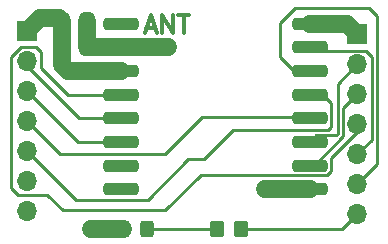
<source format=gbr>
%TF.GenerationSoftware,KiCad,Pcbnew,6.0.5-a6ca702e91~116~ubuntu20.04.1*%
%TF.CreationDate,2022-05-07T22:19:23-05:00*%
%TF.ProjectId,Ra-01SH_915MHz_shield_v001,52612d30-3153-4485-9f39-31354d487a5f,rev?*%
%TF.SameCoordinates,Original*%
%TF.FileFunction,Copper,L1,Top*%
%TF.FilePolarity,Positive*%
%FSLAX46Y46*%
G04 Gerber Fmt 4.6, Leading zero omitted, Abs format (unit mm)*
G04 Created by KiCad (PCBNEW 6.0.5-a6ca702e91~116~ubuntu20.04.1) date 2022-05-07 22:19:23*
%MOMM*%
%LPD*%
G01*
G04 APERTURE LIST*
G04 Aperture macros list*
%AMRoundRect*
0 Rectangle with rounded corners*
0 $1 Rounding radius*
0 $2 $3 $4 $5 $6 $7 $8 $9 X,Y pos of 4 corners*
0 Add a 4 corners polygon primitive as box body*
4,1,4,$2,$3,$4,$5,$6,$7,$8,$9,$2,$3,0*
0 Add four circle primitives for the rounded corners*
1,1,$1+$1,$2,$3*
1,1,$1+$1,$4,$5*
1,1,$1+$1,$6,$7*
1,1,$1+$1,$8,$9*
0 Add four rect primitives between the rounded corners*
20,1,$1+$1,$2,$3,$4,$5,0*
20,1,$1+$1,$4,$5,$6,$7,0*
20,1,$1+$1,$6,$7,$8,$9,0*
20,1,$1+$1,$8,$9,$2,$3,0*%
G04 Aperture macros list end*
%ADD10C,0.300000*%
%TA.AperFunction,NonConductor*%
%ADD11C,0.300000*%
%TD*%
%TA.AperFunction,SMDPad,CuDef*%
%ADD12RoundRect,0.250000X-0.337500X-0.475000X0.337500X-0.475000X0.337500X0.475000X-0.337500X0.475000X0*%
%TD*%
%TA.AperFunction,ComponentPad*%
%ADD13R,1.700000X1.700000*%
%TD*%
%TA.AperFunction,ComponentPad*%
%ADD14O,1.700000X1.700000*%
%TD*%
%TA.AperFunction,SMDPad,CuDef*%
%ADD15RoundRect,0.250000X0.350000X0.450000X-0.350000X0.450000X-0.350000X-0.450000X0.350000X-0.450000X0*%
%TD*%
%TA.AperFunction,SMDPad,CuDef*%
%ADD16RoundRect,0.250000X-1.250000X-0.250000X1.250000X-0.250000X1.250000X0.250000X-1.250000X0.250000X0*%
%TD*%
%TA.AperFunction,SMDPad,CuDef*%
%ADD17RoundRect,0.250000X-0.325000X-0.450000X0.325000X-0.450000X0.325000X0.450000X-0.325000X0.450000X0*%
%TD*%
%TA.AperFunction,ViaPad*%
%ADD18C,0.800000*%
%TD*%
%TA.AperFunction,Conductor*%
%ADD19C,1.500000*%
%TD*%
%TA.AperFunction,Conductor*%
%ADD20C,0.250000*%
%TD*%
G04 APERTURE END LIST*
D10*
D11*
X149785714Y-78050000D02*
X150500000Y-78050000D01*
X149642857Y-78478571D02*
X150142857Y-76978571D01*
X150642857Y-78478571D01*
X151142857Y-78478571D02*
X151142857Y-76978571D01*
X152000000Y-78478571D01*
X152000000Y-76978571D01*
X152500000Y-76978571D02*
X153357142Y-76978571D01*
X152928571Y-78478571D02*
X152928571Y-76978571D01*
D12*
%TO.P,C1,1*%
%TO.N,VCC*%
X142662500Y-79700000D03*
%TO.P,C1,2*%
%TO.N,GND*%
X144737500Y-79700000D03*
%TD*%
%TO.P,C2,1*%
%TO.N,VCC*%
X142662500Y-77500000D03*
%TO.P,C2,2*%
%TO.N,GND*%
X144737500Y-77500000D03*
%TD*%
D13*
%TO.P,J1,1,Pin_1*%
%TO.N,VCC*%
X139700000Y-78300000D03*
D14*
%TO.P,J1,2,Pin_2*%
%TO.N,D4*%
X139700000Y-80840000D03*
%TO.P,J1,3,Pin_3*%
%TO.N,D3*%
X139700000Y-83380000D03*
%TO.P,J1,4,Pin_4*%
%TO.N,D13{slash}SCK*%
X139700000Y-85920000D03*
%TO.P,J1,5,Pin_5*%
%TO.N,D12{slash}MISO*%
X139700000Y-88460000D03*
%TO.P,J1,6,Pin_6*%
%TO.N,D2{slash}INT0*%
X139700000Y-91000000D03*
%TO.P,J1,7,Pin_7*%
%TO.N,A5{slash}SCL*%
X139700000Y-93540000D03*
%TD*%
D13*
%TO.P,J2,1,Pin_1*%
%TO.N,GND*%
X167640000Y-78600000D03*
D14*
%TO.P,J2,2,Pin_2*%
%TO.N,D5*%
X167640000Y-81140000D03*
%TO.P,J2,3,Pin_3*%
%TO.N,D7*%
X167640000Y-83680000D03*
%TO.P,J2,4,Pin_4*%
%TO.N,D9*%
X167640000Y-86220000D03*
%TO.P,J2,5,Pin_5*%
%TO.N,D10{slash}SS*%
X167640000Y-88760000D03*
%TO.P,J2,6,Pin_6*%
%TO.N,D11{slash}MOSI*%
X167640000Y-91300000D03*
%TO.P,J2,7,Pin_7*%
%TO.N,D6*%
X167640000Y-93840000D03*
%TD*%
D15*
%TO.P,R1,1*%
%TO.N,D6*%
X157800000Y-95100000D03*
%TO.P,R1,2*%
%TO.N,Net-(D1-Pad2)*%
X155800000Y-95100000D03*
%TD*%
D16*
%TO.P,U1,1,ANT*%
%TO.N,unconnected-(U1-Pad1)*%
X147600000Y-77700000D03*
%TO.P,U1,2,GND*%
%TO.N,GND*%
X147600000Y-79700000D03*
%TO.P,U1,3,3V3*%
%TO.N,VCC*%
X147600000Y-81700000D03*
%TO.P,U1,4,RST*%
%TO.N,D9*%
X147600000Y-83700000D03*
%TO.P,U1,5,TXEN*%
%TO.N,D4*%
X147600000Y-85700000D03*
%TO.P,U1,6,DIO1*%
%TO.N,D3*%
X147600000Y-87700000D03*
%TO.P,U1,7,DIO2*%
%TO.N,unconnected-(U1-Pad7)*%
X147600000Y-89700000D03*
%TO.P,U1,8,DIO3*%
%TO.N,unconnected-(U1-Pad8)*%
X147600000Y-91700000D03*
%TO.P,U1,9,GND*%
%TO.N,GND*%
X163600000Y-91700000D03*
%TO.P,U1,10,BUSY*%
%TO.N,D7*%
X163600000Y-89700000D03*
%TO.P,U1,11,RSEN*%
%TO.N,D5*%
X163600000Y-87700000D03*
%TO.P,U1,12,SCK*%
%TO.N,D13{slash}SCK*%
X163600000Y-85700000D03*
%TO.P,U1,13,MISO*%
%TO.N,D12{slash}MISO*%
X163600000Y-83700000D03*
%TO.P,U1,14,MOSI*%
%TO.N,D11{slash}MOSI*%
X163600000Y-81700000D03*
%TO.P,U1,15,NSS*%
%TO.N,D10{slash}SS*%
X163600000Y-79700000D03*
%TO.P,U1,16,GND*%
%TO.N,GND*%
X163600000Y-77700000D03*
%TD*%
D17*
%TO.P,D1,1,K*%
%TO.N,GND*%
X147775000Y-95100000D03*
%TO.P,D1,2,A*%
%TO.N,Net-(D1-Pad2)*%
X149825000Y-95100000D03*
%TD*%
D18*
%TO.N,GND*%
X151600000Y-79700000D03*
X159800000Y-91700000D03*
X146200000Y-95100000D03*
X145100000Y-95100000D03*
X161100000Y-91700000D03*
X150400000Y-79700000D03*
%TD*%
D19*
%TO.N,VCC*%
X143168000Y-81700000D02*
X147600000Y-81700000D01*
X142662500Y-81194500D02*
X143168000Y-81700000D01*
X142662500Y-77500000D02*
X142662500Y-79700000D01*
X142662500Y-79700000D02*
X142662500Y-81194500D01*
D20*
X142662500Y-77500000D02*
X142362500Y-77200000D01*
D19*
X140800000Y-77200000D02*
X139700000Y-78300000D01*
X142362500Y-77200000D02*
X140800000Y-77200000D01*
%TO.N,GND*%
X159800000Y-91700000D02*
X163600000Y-91700000D01*
X151600000Y-79700000D02*
X147600000Y-79700000D01*
X144737500Y-79700000D02*
X147600000Y-79700000D01*
X163600000Y-77700000D02*
X166740000Y-77700000D01*
X145100000Y-95100000D02*
X147775000Y-95100000D01*
X144737500Y-77500000D02*
X144737500Y-79700000D01*
X166740000Y-77700000D02*
X167640000Y-78600000D01*
D20*
%TO.N,Net-(D1-Pad2)*%
X155800000Y-95100000D02*
X149825000Y-95100000D01*
%TO.N,D4*%
X144120000Y-85700000D02*
X147600000Y-85700000D01*
X139700000Y-80840000D02*
X139700000Y-81280000D01*
X139700000Y-81280000D02*
X144120000Y-85700000D01*
%TO.N,D3*%
X144020000Y-87700000D02*
X147600000Y-87700000D01*
X139700000Y-83380000D02*
X144020000Y-87700000D01*
%TO.N,D13{slash}SCK*%
X151400000Y-88700000D02*
X154500000Y-85600000D01*
X154500000Y-85600000D02*
X163500000Y-85600000D01*
X142480000Y-88700000D02*
X151400000Y-88700000D01*
X163500000Y-85600000D02*
X163600000Y-85700000D01*
X139700000Y-85920000D02*
X142480000Y-88700000D01*
%TO.N,D12{slash}MISO*%
X157135718Y-86700000D02*
X165200000Y-86700000D01*
X153350480Y-89149520D02*
X154686198Y-89149520D01*
X154686198Y-89149520D02*
X157135718Y-86700000D01*
X164700000Y-83700000D02*
X163600000Y-83700000D01*
X143840000Y-92600000D02*
X149900000Y-92600000D01*
X139700000Y-88460000D02*
X143840000Y-92600000D01*
X165424520Y-84424520D02*
X164700000Y-83700000D01*
X149900000Y-92600000D02*
X153350480Y-89149520D01*
X165200000Y-86700000D02*
X165424520Y-86475480D01*
X165424520Y-86475480D02*
X165424520Y-84424520D01*
%TO.N,D5*%
X167640000Y-81140000D02*
X166015969Y-82764031D01*
X166015969Y-87000000D02*
X165866449Y-87149520D01*
X164150480Y-87149520D02*
X163600000Y-87700000D01*
X165866449Y-87149520D02*
X164150480Y-87149520D01*
X166015969Y-82764031D02*
X166015969Y-87000000D01*
%TO.N,D7*%
X167640000Y-83680000D02*
X166465489Y-84854511D01*
X166465489Y-87186198D02*
X163951687Y-89700000D01*
X166465489Y-84854511D02*
X166465489Y-87186198D01*
X163951687Y-89700000D02*
X163600000Y-89700000D01*
%TO.N,D9*%
X141402000Y-92202000D02*
X138938000Y-92202000D01*
X165424520Y-89075480D02*
X165424520Y-90187973D01*
X143136000Y-83700000D02*
X147600000Y-83700000D01*
X138300000Y-80500000D02*
X139134511Y-79665489D01*
X165424520Y-90187973D02*
X165087973Y-90524520D01*
X139134511Y-79665489D02*
X140465489Y-79665489D01*
X142700000Y-93500000D02*
X141402000Y-92202000D01*
X165087973Y-90524520D02*
X154375480Y-90524520D01*
X154375480Y-90524520D02*
X151400000Y-93500000D01*
X140465489Y-79665489D02*
X140900000Y-80100000D01*
X138300000Y-91564000D02*
X138300000Y-80500000D01*
X167640000Y-86220000D02*
X167640000Y-86860000D01*
X167640000Y-86860000D02*
X165424520Y-89075480D01*
X140900000Y-80100000D02*
X140900000Y-81464000D01*
X138938000Y-92202000D02*
X138300000Y-91564000D01*
X151400000Y-93500000D02*
X142700000Y-93500000D01*
X140900000Y-81464000D02*
X143136000Y-83700000D01*
%TO.N,D10{slash}SS*%
X168900000Y-87500000D02*
X168900000Y-80500000D01*
X167640000Y-88760000D02*
X168900000Y-87500000D01*
X168365489Y-79965489D02*
X163865489Y-79965489D01*
X168900000Y-80500000D02*
X168365489Y-79965489D01*
X163865489Y-79965489D02*
X163600000Y-79700000D01*
%TO.N,D11{slash}MOSI*%
X169349520Y-77074540D02*
X168600000Y-76325020D01*
X161100000Y-77600000D02*
X161100000Y-80500000D01*
X167640000Y-91300000D02*
X169349520Y-89590480D01*
X169349520Y-89590480D02*
X169349520Y-77074540D01*
X168600000Y-76325020D02*
X162374980Y-76325020D01*
X162374980Y-76325020D02*
X161100000Y-77600000D01*
X162300000Y-81700000D02*
X163600000Y-81700000D01*
X161100000Y-80500000D02*
X162300000Y-81700000D01*
%TO.N,D6*%
X166380000Y-95100000D02*
X157800000Y-95100000D01*
X167640000Y-93840000D02*
X166380000Y-95100000D01*
%TD*%
M02*

</source>
